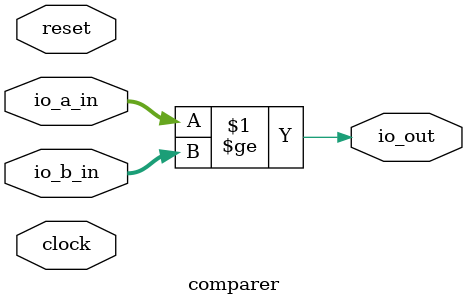
<source format=v>
module comparer(
  input        clock,
  input        reset,
  input  [9:0] io_a_in,
  input  [9:0] io_b_in,
  output       io_out
);
  assign io_out = io_a_in >= io_b_in; // @[pass.scala 11:17]
endmodule

</source>
